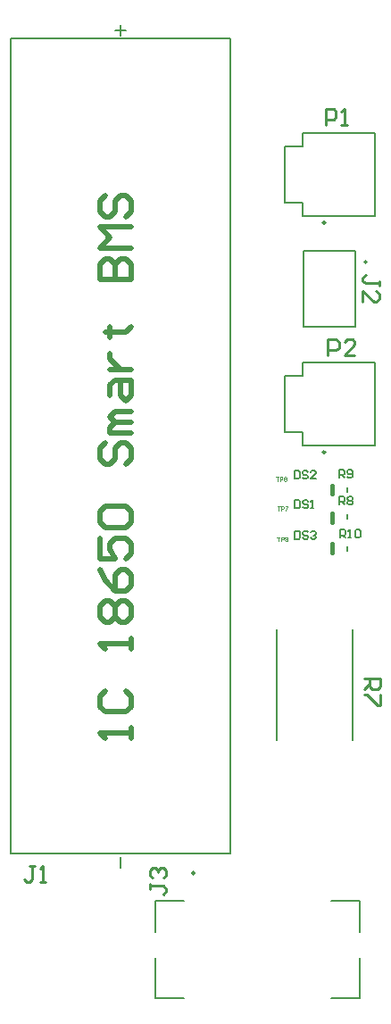
<source format=gbr>
G04*
G04 #@! TF.GenerationSoftware,Altium Limited,Altium Designer,23.10.1 (27)*
G04*
G04 Layer_Color=65535*
%FSLAX42Y42*%
%MOMM*%
G71*
G04*
G04 #@! TF.SameCoordinates,D788F153-7B32-47A3-9728-DC68925F5BF0*
G04*
G04*
G04 #@! TF.FilePolarity,Positive*
G04*
G01*
G75*
%ADD10C,0.25*%
%ADD11C,0.20*%
%ADD12C,0.15*%
%ADD13C,0.13*%
%ADD14C,0.40*%
%ADD15C,0.50*%
%ADD16C,0.25*%
%ADD17C,0.06*%
D10*
X1447Y215D02*
G03*
X1447Y215I-12J0D01*
G01*
X1448Y2392D02*
G03*
X1448Y2392I-12J0D01*
G01*
X208Y-3775D02*
G03*
X208Y-3775I-12J0D01*
G01*
D11*
X1840Y2019D02*
G03*
X1840Y2019I-10J0D01*
G01*
X1709Y-2519D02*
X1709Y-1469D01*
X983Y-1469D02*
X984Y-2517D01*
X1915Y280D02*
Y1066D01*
X1065Y405D02*
Y941D01*
Y405D02*
X1235D01*
Y280D02*
Y405D01*
Y280D02*
X1915D01*
X1065Y941D02*
X1235D01*
Y1066D01*
X1915D01*
X1915Y2457D02*
Y3243D01*
X1065Y2582D02*
Y3118D01*
Y2582D02*
X1235D01*
Y2457D02*
Y2582D01*
Y2457D02*
X1915D01*
X1065Y3118D02*
X1235D01*
Y3243D01*
X1915D01*
X1506Y-4966D02*
X1775D01*
X-165D02*
X104D01*
X-165Y-4338D02*
Y-4039D01*
Y-4966D02*
Y-4578D01*
X1506Y-4039D02*
X1775D01*
X-165D02*
X104D01*
X1775Y-4338D02*
Y-4039D01*
Y-4966D02*
Y-4578D01*
X-1540Y-3594D02*
Y4136D01*
X550D01*
Y-3594D02*
Y4136D01*
X-1540Y-3594D02*
X550D01*
X-495Y-3724D02*
Y-3624D01*
X-545Y4216D02*
X-445D01*
X-495Y4166D02*
Y4266D01*
D12*
X1658Y-718D02*
Y-678D01*
X1651Y-160D02*
Y-120D01*
X1658Y-414D02*
Y-374D01*
D13*
X1242Y1405D02*
Y2126D01*
Y1405D02*
X1730D01*
Y2126D01*
X1242D02*
X1730D01*
X1588Y-597D02*
Y-521D01*
X1626D01*
X1639Y-534D01*
Y-559D01*
X1626Y-572D01*
X1588D01*
X1613D02*
X1639Y-597D01*
X1664D02*
X1690D01*
X1677D01*
Y-521D01*
X1664Y-534D01*
X1728D02*
X1740Y-521D01*
X1766D01*
X1779Y-534D01*
Y-585D01*
X1766Y-597D01*
X1740D01*
X1728Y-585D01*
Y-534D01*
X1577Y-28D02*
Y48D01*
X1615D01*
X1628Y36D01*
Y10D01*
X1615Y-3D01*
X1577D01*
X1603D02*
X1628Y-28D01*
X1654Y-15D02*
X1666Y-28D01*
X1692D01*
X1704Y-15D01*
Y36D01*
X1692Y48D01*
X1666D01*
X1654Y36D01*
Y23D01*
X1666Y10D01*
X1704D01*
X1582Y-282D02*
Y-206D01*
X1621D01*
X1633Y-218D01*
Y-244D01*
X1621Y-257D01*
X1582D01*
X1608D02*
X1633Y-282D01*
X1659Y-218D02*
X1671Y-206D01*
X1697D01*
X1709Y-218D01*
Y-231D01*
X1697Y-244D01*
X1709Y-257D01*
Y-269D01*
X1697Y-282D01*
X1671D01*
X1659Y-269D01*
Y-257D01*
X1671Y-244D01*
X1659Y-231D01*
Y-218D01*
X1671Y-244D02*
X1697D01*
X1156Y-533D02*
Y-610D01*
X1194D01*
X1207Y-597D01*
Y-546D01*
X1194Y-533D01*
X1156D01*
X1283Y-546D02*
X1270Y-533D01*
X1245D01*
X1232Y-546D01*
Y-559D01*
X1245Y-572D01*
X1270D01*
X1283Y-584D01*
Y-597D01*
X1270Y-610D01*
X1245D01*
X1232Y-597D01*
X1308Y-546D02*
X1321Y-533D01*
X1346D01*
X1359Y-546D01*
Y-559D01*
X1346Y-572D01*
X1333D01*
X1346D01*
X1359Y-584D01*
Y-597D01*
X1346Y-610D01*
X1321D01*
X1308Y-597D01*
X1155Y38D02*
Y-38D01*
X1193D01*
X1205Y-25D01*
Y25D01*
X1193Y38D01*
X1155D01*
X1281Y25D02*
X1269Y38D01*
X1243D01*
X1231Y25D01*
Y13D01*
X1243Y0D01*
X1269D01*
X1281Y-13D01*
Y-25D01*
X1269Y-38D01*
X1243D01*
X1231Y-25D01*
X1358Y-38D02*
X1307D01*
X1358Y13D01*
Y25D01*
X1345Y38D01*
X1320D01*
X1307Y25D01*
X1156Y-241D02*
Y-317D01*
X1194D01*
X1207Y-305D01*
Y-254D01*
X1194Y-241D01*
X1156D01*
X1283Y-254D02*
X1270Y-241D01*
X1245D01*
X1232Y-254D01*
Y-267D01*
X1245Y-279D01*
X1270D01*
X1283Y-292D01*
Y-305D01*
X1270Y-317D01*
X1245D01*
X1232Y-305D01*
X1308Y-317D02*
X1333D01*
X1321D01*
Y-241D01*
X1308Y-254D01*
D14*
X1509Y-736D02*
Y-656D01*
X1511Y-180D02*
Y-100D01*
X1509Y-445D02*
Y-364D01*
D15*
X-393Y-2498D02*
Y-2398D01*
Y-2448D01*
X-693D01*
X-643Y-2498D01*
Y-2048D02*
X-693Y-2098D01*
Y-2198D01*
X-643Y-2248D01*
X-443D01*
X-393Y-2198D01*
Y-2098D01*
X-443Y-2048D01*
X-393Y-1648D02*
Y-1548D01*
Y-1598D01*
X-693D01*
X-643Y-1648D01*
Y-1398D02*
X-693Y-1348D01*
Y-1248D01*
X-643Y-1198D01*
X-593D01*
X-543Y-1248D01*
X-493Y-1198D01*
X-443D01*
X-393Y-1248D01*
Y-1348D01*
X-443Y-1398D01*
X-493D01*
X-543Y-1348D01*
X-593Y-1398D01*
X-643D01*
X-543Y-1348D02*
Y-1248D01*
X-693Y-898D02*
X-643Y-998D01*
X-543Y-1098D01*
X-443D01*
X-393Y-1048D01*
Y-948D01*
X-443Y-898D01*
X-493D01*
X-543Y-948D01*
Y-1098D01*
X-693Y-599D02*
Y-799D01*
X-543D01*
X-593Y-699D01*
Y-649D01*
X-543Y-599D01*
X-443D01*
X-393Y-649D01*
Y-749D01*
X-443Y-799D01*
X-643Y-499D02*
X-693Y-449D01*
Y-349D01*
X-643Y-299D01*
X-443D01*
X-393Y-349D01*
Y-449D01*
X-443Y-499D01*
X-643D01*
Y301D02*
X-693Y251D01*
Y151D01*
X-643Y101D01*
X-593D01*
X-543Y151D01*
Y251D01*
X-493Y301D01*
X-443D01*
X-393Y251D01*
Y151D01*
X-443Y101D01*
X-393Y401D02*
X-593D01*
Y451D01*
X-543Y501D01*
X-393D01*
X-543D01*
X-593Y551D01*
X-543Y601D01*
X-393D01*
X-593Y751D02*
Y851D01*
X-543Y901D01*
X-393D01*
Y751D01*
X-443Y701D01*
X-493Y751D01*
Y901D01*
X-593Y1001D02*
X-393D01*
X-493D01*
X-543Y1051D01*
X-593Y1101D01*
Y1151D01*
X-643Y1351D02*
X-593D01*
Y1301D01*
Y1401D01*
Y1351D01*
X-443D01*
X-393Y1401D01*
X-693Y1851D02*
X-393D01*
Y2001D01*
X-443Y2051D01*
X-493D01*
X-543Y2001D01*
Y1851D01*
Y2001D01*
X-593Y2051D01*
X-643D01*
X-693Y2001D01*
Y1851D01*
X-393Y2151D02*
X-693D01*
X-593Y2250D01*
X-693Y2350D01*
X-393D01*
X-643Y2650D02*
X-693Y2600D01*
Y2500D01*
X-643Y2450D01*
X-593D01*
X-543Y2500D01*
Y2600D01*
X-493Y2650D01*
X-443D01*
X-393Y2600D01*
Y2500D01*
X-443Y2450D01*
D16*
X1473Y1130D02*
Y1283D01*
X1549D01*
X1575Y1257D01*
Y1206D01*
X1549Y1181D01*
X1473D01*
X1727Y1130D02*
X1626D01*
X1727Y1232D01*
Y1257D01*
X1702Y1283D01*
X1651D01*
X1626Y1257D01*
X1816Y-1930D02*
X1968D01*
Y-2007D01*
X1943Y-2032D01*
X1892D01*
X1867Y-2007D01*
Y-1930D01*
Y-1981D02*
X1816Y-2032D01*
X1968Y-2083D02*
Y-2184D01*
X1943D01*
X1842Y-2083D01*
X1816D01*
X1448Y3315D02*
Y3467D01*
X1524D01*
X1549Y3442D01*
Y3391D01*
X1524Y3366D01*
X1448D01*
X1600Y3315D02*
X1651D01*
X1626D01*
Y3467D01*
X1600Y3442D01*
X-216Y-3874D02*
Y-3925D01*
Y-3899D01*
X-89D01*
X-64Y-3925D01*
Y-3950D01*
X-89Y-3976D01*
X-191Y-3823D02*
X-216Y-3798D01*
Y-3747D01*
X-191Y-3722D01*
X-165D01*
X-140Y-3747D01*
Y-3772D01*
Y-3747D01*
X-115Y-3722D01*
X-89D01*
X-64Y-3747D01*
Y-3798D01*
X-89Y-3823D01*
X1956Y1791D02*
Y1841D01*
Y1816D01*
X1829D01*
X1803Y1841D01*
Y1867D01*
X1829Y1892D01*
X1803Y1638D02*
Y1740D01*
X1905Y1638D01*
X1930D01*
X1956Y1664D01*
Y1715D01*
X1930Y1740D01*
X-1308Y-3708D02*
X-1359D01*
X-1333D01*
Y-3835D01*
X-1359Y-3861D01*
X-1384D01*
X-1410Y-3835D01*
X-1257Y-3861D02*
X-1207D01*
X-1232D01*
Y-3708D01*
X-1257Y-3734D01*
D17*
X989Y-589D02*
X1014D01*
X1001D01*
Y-627D01*
X1027D02*
Y-589D01*
X1046D01*
X1052Y-595D01*
Y-608D01*
X1046Y-614D01*
X1027D01*
X1065Y-620D02*
X1071Y-627D01*
X1084D01*
X1090Y-620D01*
Y-595D01*
X1084Y-589D01*
X1071D01*
X1065Y-595D01*
Y-601D01*
X1071Y-608D01*
X1090D01*
X978Y-19D02*
X1003D01*
X991D01*
Y-57D01*
X1016D02*
Y-19D01*
X1035D01*
X1041Y-25D01*
Y-38D01*
X1035Y-44D01*
X1016D01*
X1054Y-25D02*
X1060Y-19D01*
X1073D01*
X1079Y-25D01*
Y-32D01*
X1073Y-38D01*
X1079Y-44D01*
Y-51D01*
X1073Y-57D01*
X1060D01*
X1054Y-51D01*
Y-44D01*
X1060Y-38D01*
X1054Y-32D01*
Y-25D01*
X1060Y-38D02*
X1073D01*
X991Y-297D02*
X1016D01*
X1003D01*
Y-335D01*
X1029D02*
Y-297D01*
X1048D01*
X1054Y-303D01*
Y-316D01*
X1048Y-322D01*
X1029D01*
X1067Y-297D02*
X1092D01*
Y-303D01*
X1067Y-328D01*
Y-335D01*
M02*

</source>
